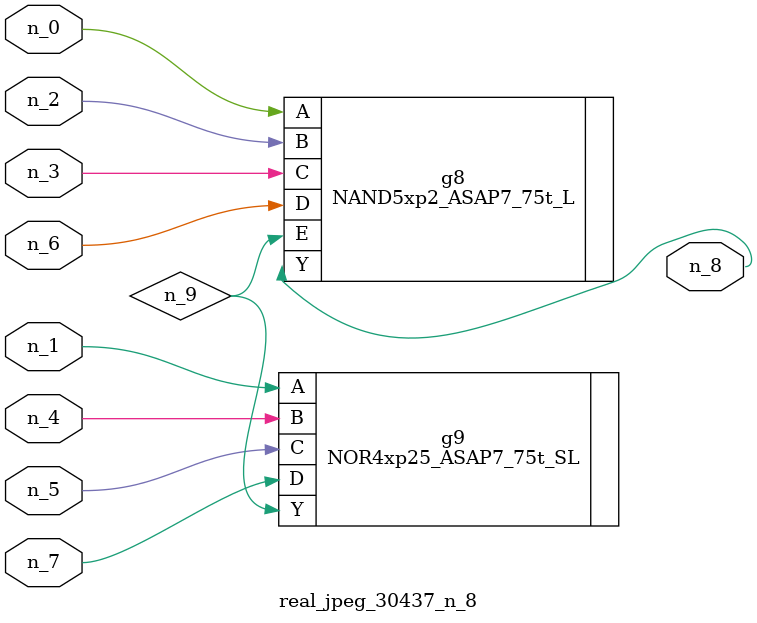
<source format=v>
module real_jpeg_30437_n_8 (n_5, n_4, n_0, n_1, n_2, n_6, n_7, n_3, n_8);

input n_5;
input n_4;
input n_0;
input n_1;
input n_2;
input n_6;
input n_7;
input n_3;

output n_8;

wire n_9;

NAND5xp2_ASAP7_75t_L g8 ( 
.A(n_0),
.B(n_2),
.C(n_3),
.D(n_6),
.E(n_9),
.Y(n_8)
);

NOR4xp25_ASAP7_75t_SL g9 ( 
.A(n_1),
.B(n_4),
.C(n_5),
.D(n_7),
.Y(n_9)
);


endmodule
</source>
